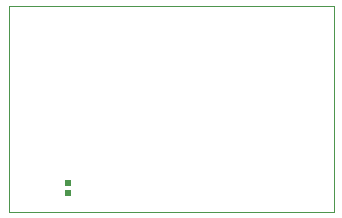
<source format=gbr>
G04 PROTEUS GERBER X2 FILE*
%TF.GenerationSoftware,Labcenter,Proteus,8.17-SP2-Build37159*%
%TF.CreationDate,2025-10-11T08:53:27+00:00*%
%TF.FileFunction,Paste,Top*%
%TF.FilePolarity,Positive*%
%TF.Part,Single*%
%TF.SameCoordinates,{a55e4d6c-05e1-4aca-87d3-cb5da3fea1e9}*%
%FSLAX45Y45*%
%MOMM*%
G01*
%TA.AperFunction,Material*%
%ADD21R,0.609600X0.609600*%
%TA.AperFunction,Profile*%
%ADD16C,0.101600*%
%TD.AperFunction*%
D21*
X-2250000Y+250000D03*
X-2250000Y+160000D03*
D16*
X-2750000Y+0D02*
X+0Y+0D01*
X+0Y+1750000D01*
X-2750000Y+1750000D01*
X-2750000Y+0D01*
M02*

</source>
